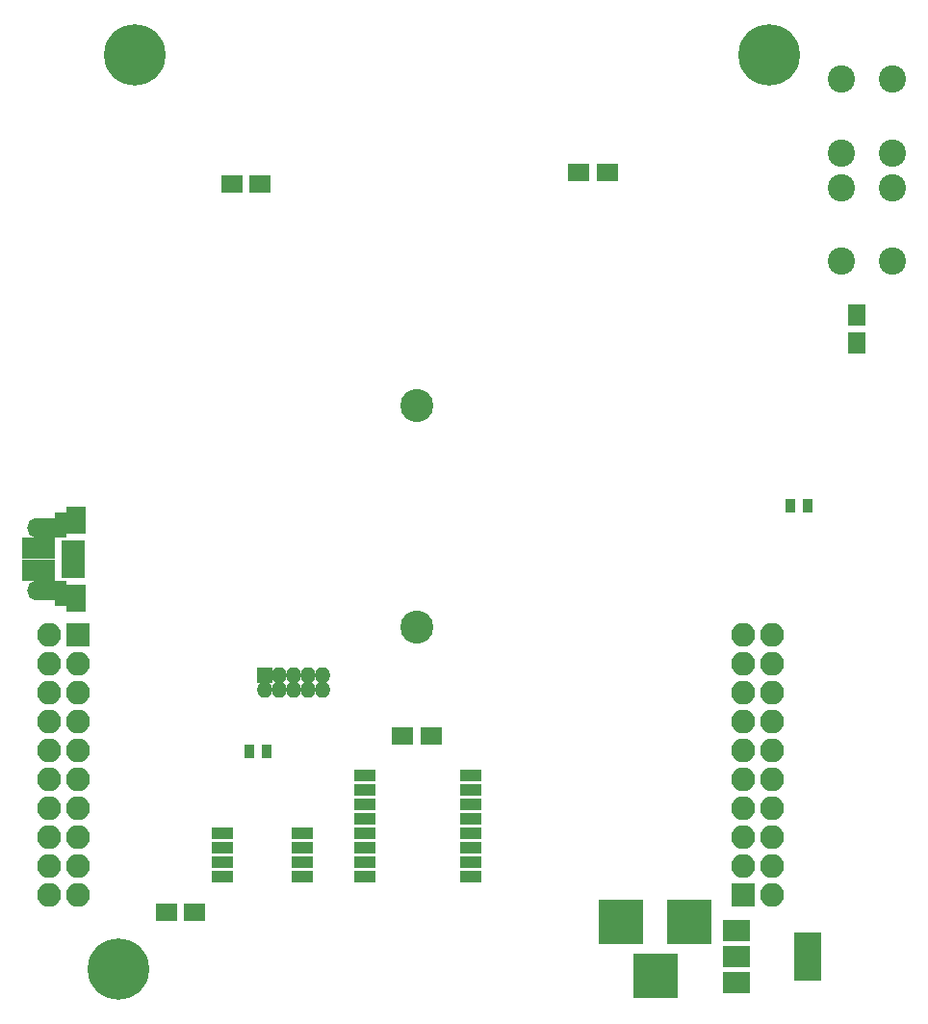
<source format=gbr>
G04 #@! TF.GenerationSoftware,KiCad,Pcbnew,(5.0.0)*
G04 #@! TF.CreationDate,2020-08-08T12:19:43-04:00*
G04 #@! TF.ProjectId,WS2812 Clock,57533238313220436C6F636B2E6B6963,rev?*
G04 #@! TF.SameCoordinates,Original*
G04 #@! TF.FileFunction,Soldermask,Bot*
G04 #@! TF.FilePolarity,Negative*
%FSLAX46Y46*%
G04 Gerber Fmt 4.6, Leading zero omitted, Abs format (unit mm)*
G04 Created by KiCad (PCBNEW (5.0.0)) date 08/08/20 12:19:43*
%MOMM*%
%LPD*%
G01*
G04 APERTURE LIST*
%ADD10C,5.400000*%
%ADD11C,2.900000*%
%ADD12R,2.900000X1.825000*%
%ADD13R,1.100000X2.225000*%
%ADD14O,3.550000X1.700000*%
%ADD15R,1.800000X2.400000*%
%ADD16R,2.150000X0.800000*%
%ADD17R,1.950000X1.000000*%
%ADD18R,1.900000X1.650000*%
%ADD19R,1.650000X1.900000*%
%ADD20O,1.400000X1.400000*%
%ADD21R,1.400000X1.400000*%
%ADD22R,0.900000X1.300000*%
%ADD23C,2.400000*%
%ADD24R,2.100000X2.100000*%
%ADD25O,2.100000X2.100000*%
%ADD26R,1.900000X1.000000*%
%ADD27R,3.900000X3.900000*%
%ADD28R,2.400000X1.900000*%
%ADD29R,2.400000X4.200000*%
G04 APERTURE END LIST*
D10*
G04 #@! TO.C,REF\002A\002A*
X236000000Y-34200000D03*
G04 #@! TD*
G04 #@! TO.C,REF\002A\002A*
X180200000Y-34200000D03*
G04 #@! TD*
D11*
G04 #@! TO.C,U24*
X205000000Y-65000000D03*
X205000000Y-84500000D03*
G04 #@! TD*
D12*
G04 #@! TO.C,USB1*
X171750000Y-77500000D03*
D13*
X173710000Y-81490000D03*
D14*
X172480000Y-81225000D03*
D15*
X175030000Y-81925000D03*
D16*
X174825000Y-79800000D03*
D15*
X175030000Y-75075000D03*
D16*
X174825000Y-79150000D03*
X174825000Y-78500000D03*
X174825000Y-77850000D03*
X174825000Y-77200000D03*
D14*
X172480000Y-75775000D03*
D13*
X173710000Y-75510000D03*
D12*
X171750000Y-79500000D03*
G04 #@! TD*
D17*
G04 #@! TO.C,MCU1*
X194900000Y-102595000D03*
X194900000Y-103865000D03*
X194900000Y-105135000D03*
X194900000Y-106405000D03*
X187900000Y-106405000D03*
X187900000Y-105135000D03*
X187900000Y-103865000D03*
X187900000Y-102600000D03*
G04 #@! TD*
D18*
G04 #@! TO.C,C3*
X206250000Y-94000000D03*
X203750000Y-94000000D03*
G04 #@! TD*
G04 #@! TO.C,C4*
X185500000Y-109500000D03*
X183000000Y-109500000D03*
G04 #@! TD*
G04 #@! TO.C,C5*
X219250000Y-44500000D03*
X221750000Y-44500000D03*
G04 #@! TD*
G04 #@! TO.C,C6*
X191250000Y-45500000D03*
X188750000Y-45500000D03*
G04 #@! TD*
D19*
G04 #@! TO.C,C7*
X243750000Y-59500000D03*
X243750000Y-57000000D03*
G04 #@! TD*
D20*
G04 #@! TO.C,J1*
X196750000Y-90000000D03*
X196750000Y-88730000D03*
X195480000Y-90000000D03*
X195480000Y-88730000D03*
X194210000Y-90000000D03*
X194210000Y-88730000D03*
X192940000Y-90000000D03*
X192940000Y-88730000D03*
X191670000Y-90000000D03*
D21*
X191670000Y-88730000D03*
G04 #@! TD*
D22*
G04 #@! TO.C,R1*
X190320800Y-95402400D03*
X191820800Y-95402400D03*
G04 #@! TD*
G04 #@! TO.C,R2*
X239408400Y-73812400D03*
X237908400Y-73812400D03*
G04 #@! TD*
D23*
G04 #@! TO.C,SW1*
X242325001Y-42775001D03*
X246825001Y-42775001D03*
X242325001Y-36275001D03*
X246825001Y-36275001D03*
G04 #@! TD*
G04 #@! TO.C,SW2*
X246825001Y-45825001D03*
X242325001Y-45825001D03*
X246825001Y-52325001D03*
X242325001Y-52325001D03*
G04 #@! TD*
D24*
G04 #@! TO.C,CONN_LEFT_1*
X175250000Y-85140000D03*
D25*
X172710000Y-85140000D03*
X175250000Y-87680000D03*
X172710000Y-87680000D03*
X175250000Y-90220000D03*
X172710000Y-90220000D03*
X175250000Y-92760000D03*
X172710000Y-92760000D03*
X175250000Y-95300000D03*
X172710000Y-95300000D03*
X175250000Y-97840000D03*
X172710000Y-97840000D03*
X175250000Y-100380000D03*
X172710000Y-100380000D03*
X175250000Y-102920000D03*
X172710000Y-102920000D03*
X175250000Y-105460000D03*
X172710000Y-105460000D03*
X175250000Y-108000000D03*
X172710000Y-108000000D03*
G04 #@! TD*
G04 #@! TO.C,CONN_RIGHT_1*
X236250000Y-85140000D03*
X233710000Y-85140000D03*
X236250000Y-87680000D03*
X233710000Y-87680000D03*
X236250000Y-90220000D03*
X233710000Y-90220000D03*
X236250000Y-92760000D03*
X233710000Y-92760000D03*
X236250000Y-95300000D03*
X233710000Y-95300000D03*
X236250000Y-97840000D03*
X233710000Y-97840000D03*
X236250000Y-100380000D03*
X233710000Y-100380000D03*
X236250000Y-102920000D03*
X233710000Y-102920000D03*
X236250000Y-105460000D03*
X233710000Y-105460000D03*
X236250000Y-108000000D03*
D24*
X233710000Y-108000000D03*
G04 #@! TD*
D26*
G04 #@! TO.C,U25*
X200450000Y-97505000D03*
X200450000Y-98775000D03*
X200450000Y-100045000D03*
X200450000Y-101315000D03*
X200450000Y-102585000D03*
X200450000Y-103855000D03*
X200450000Y-105125000D03*
X200450000Y-106395000D03*
X209750000Y-106395000D03*
X209750000Y-105125000D03*
X209750000Y-103855000D03*
X209750000Y-102585000D03*
X209750000Y-101315000D03*
X209750000Y-100045000D03*
X209750000Y-98775000D03*
X209750000Y-97505000D03*
G04 #@! TD*
D27*
G04 #@! TO.C,J2*
X226000000Y-115100000D03*
X223000000Y-110400000D03*
X229000000Y-110400000D03*
G04 #@! TD*
D28*
G04 #@! TO.C,U26*
X233100000Y-115700000D03*
X233100000Y-111100000D03*
X233100000Y-113400000D03*
D29*
X239400000Y-113400000D03*
G04 #@! TD*
D10*
G04 #@! TO.C,REF\002A\002A*
X178800000Y-114500000D03*
G04 #@! TD*
M02*

</source>
